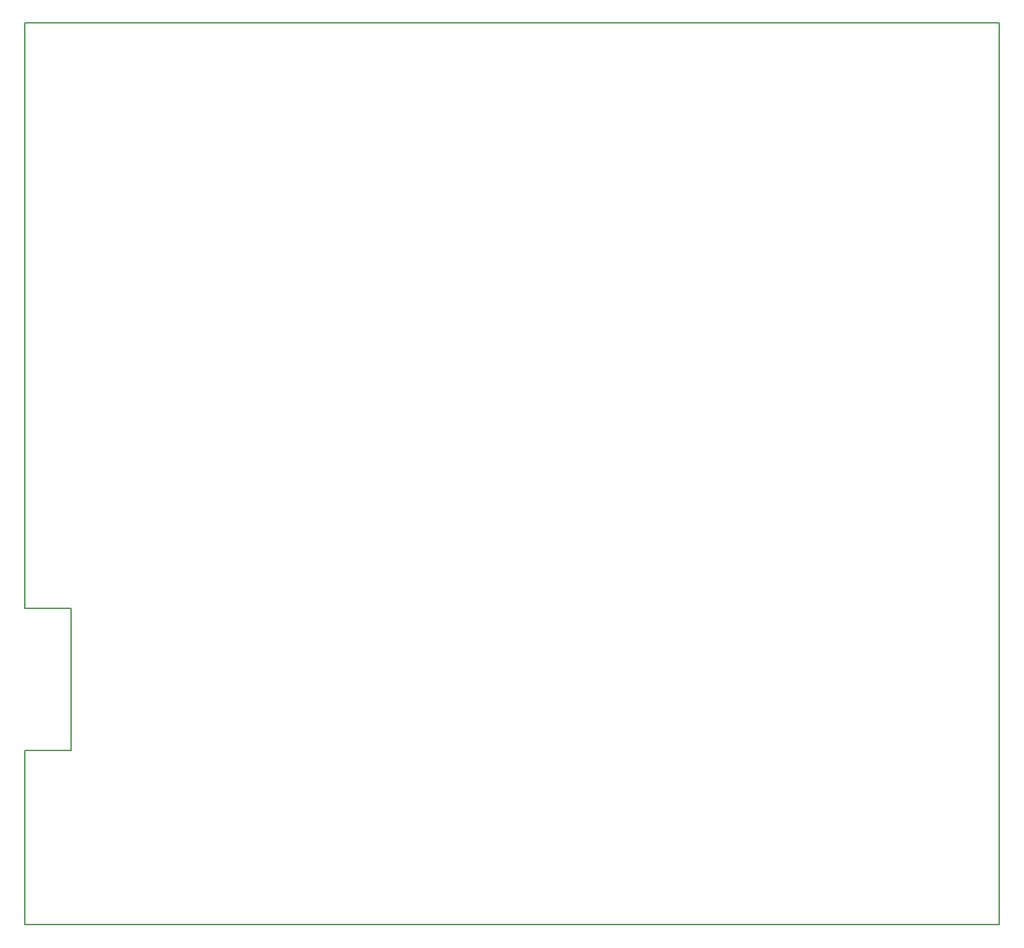
<source format=gbr>
G04 #@! TF.FileFunction,Profile,NP*
%FSLAX46Y46*%
G04 Gerber Fmt 4.6, Leading zero omitted, Abs format (unit mm)*
G04 Created by KiCad (PCBNEW 0.201508280901+6131~28~ubuntu14.04.1-product) date Tue 03 Nov 2015 10:56:38 AM COT*
%MOMM*%
G01*
G04 APERTURE LIST*
%ADD10C,0.100000*%
%ADD11C,0.150000*%
G04 APERTURE END LIST*
D10*
D11*
X83250000Y-153890000D02*
X209750000Y-153890000D01*
X83250000Y-151750000D02*
X83250000Y-153890000D01*
X209750000Y-151530000D02*
X209750000Y-153890000D01*
X209750000Y-147500000D02*
X209750000Y-151750000D01*
X83250000Y-147500000D02*
X83250000Y-151750000D01*
X83250000Y-147500000D02*
X83250000Y-131250000D01*
X209750000Y-36750000D02*
X209750000Y-147500000D01*
X83250000Y-36750000D02*
X209750000Y-36750000D01*
X83250000Y-112750000D02*
X83250000Y-36750000D01*
X89250000Y-112750000D02*
X83250000Y-112750000D01*
X89250000Y-131250000D02*
X89250000Y-112750000D01*
X83250000Y-131250000D02*
X89250000Y-131250000D01*
M02*

</source>
